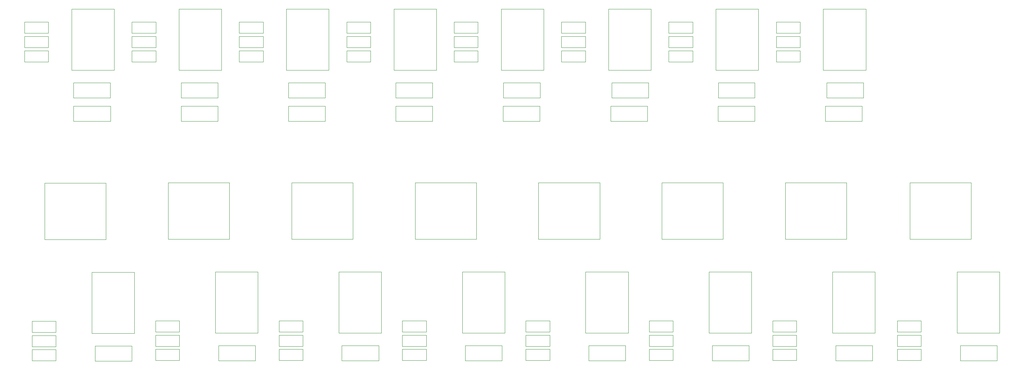
<source format=gbr>
G04 #@! TF.GenerationSoftware,KiCad,Pcbnew,9.0.3*
G04 #@! TF.CreationDate,2025-08-26T17:21:35-04:00*
G04 #@! TF.ProjectId,Oblique Palette 0.5.4 PCB Main,4f626c69-7175-4652-9050-616c65747465,0.5.5*
G04 #@! TF.SameCoordinates,Original*
G04 #@! TF.FileFunction,Other,User*
%FSLAX46Y46*%
G04 Gerber Fmt 4.6, Leading zero omitted, Abs format (unit mm)*
G04 Created by KiCad (PCBNEW 9.0.3) date 2025-08-26 17:21:35*
%MOMM*%
%LPD*%
G01*
G04 APERTURE LIST*
%ADD10C,0.050000*%
G04 APERTURE END LIST*
D10*
G04 #@! TO.C,J38*
X248853143Y-98154450D02*
X248853143Y-112554450D01*
X238853143Y-112554450D02*
X248853143Y-112554450D01*
X238853143Y-98154450D02*
X248853143Y-98154450D01*
X238853143Y-98154450D02*
X238853143Y-112554450D01*
G04 #@! TO.C,D48*
X230393143Y-112314450D02*
X230393143Y-109694450D01*
X230393143Y-109694450D02*
X224773143Y-109694450D01*
X224773143Y-112314450D02*
X230393143Y-112314450D01*
X224773143Y-109694450D02*
X224773143Y-112314450D01*
G04 #@! TO.C,D45*
X230393143Y-115664450D02*
X230393143Y-113044450D01*
X230393143Y-113044450D02*
X224773143Y-113044450D01*
X224773143Y-115664450D02*
X230393143Y-115664450D01*
X224773143Y-113044450D02*
X224773143Y-115664450D01*
G04 #@! TO.C,D44*
X230393143Y-119014450D02*
X230393143Y-116394450D01*
X230393143Y-116394450D02*
X224773143Y-116394450D01*
X224773143Y-119014450D02*
X230393143Y-119014450D01*
X224773143Y-116394450D02*
X224773143Y-119014450D01*
G04 #@! TO.C,D42*
X201117286Y-112314450D02*
X201117286Y-109694450D01*
X201117286Y-109694450D02*
X195497286Y-109694450D01*
X195497286Y-112314450D02*
X201117286Y-112314450D01*
X195497286Y-109694450D02*
X195497286Y-112314450D01*
G04 #@! TO.C,D39*
X201117286Y-115664450D02*
X201117286Y-113044450D01*
X201117286Y-113044450D02*
X195497286Y-113044450D01*
X195497286Y-115664450D02*
X201117286Y-115664450D01*
X195497286Y-113044450D02*
X195497286Y-115664450D01*
G04 #@! TO.C,D38*
X201117286Y-119014450D02*
X201117286Y-116394450D01*
X201117286Y-116394450D02*
X195497286Y-116394450D01*
X195497286Y-119014450D02*
X201117286Y-119014450D01*
X195497286Y-116394450D02*
X195497286Y-119014450D01*
G04 #@! TO.C,D36*
X172091429Y-112314450D02*
X172091429Y-109694450D01*
X172091429Y-109694450D02*
X166471429Y-109694450D01*
X166471429Y-112314450D02*
X172091429Y-112314450D01*
X166471429Y-109694450D02*
X166471429Y-112314450D01*
G04 #@! TO.C,D33*
X172091429Y-115664450D02*
X172091429Y-113044450D01*
X172091429Y-113044450D02*
X166471429Y-113044450D01*
X166471429Y-115664450D02*
X172091429Y-115664450D01*
X166471429Y-113044450D02*
X166471429Y-115664450D01*
G04 #@! TO.C,D32*
X172091429Y-119014450D02*
X172091429Y-116394450D01*
X172091429Y-116394450D02*
X166471429Y-116394450D01*
X166471429Y-119014450D02*
X172091429Y-119014450D01*
X166471429Y-116394450D02*
X166471429Y-119014450D01*
G04 #@! TO.C,D30*
X143065572Y-112314450D02*
X143065572Y-109694450D01*
X143065572Y-109694450D02*
X137445572Y-109694450D01*
X137445572Y-112314450D02*
X143065572Y-112314450D01*
X137445572Y-109694450D02*
X137445572Y-112314450D01*
G04 #@! TO.C,D27*
X143065572Y-115664450D02*
X143065572Y-113044450D01*
X143065572Y-113044450D02*
X137445572Y-113044450D01*
X137445572Y-115664450D02*
X143065572Y-115664450D01*
X137445572Y-113044450D02*
X137445572Y-115664450D01*
G04 #@! TO.C,D26*
X143065572Y-119014450D02*
X143065572Y-116394450D01*
X143065572Y-116394450D02*
X137445572Y-116394450D01*
X137445572Y-119014450D02*
X143065572Y-119014450D01*
X137445572Y-116394450D02*
X137445572Y-119014450D01*
G04 #@! TO.C,D24*
X114039714Y-112314450D02*
X114039714Y-109694450D01*
X114039714Y-109694450D02*
X108419714Y-109694450D01*
X108419714Y-112314450D02*
X114039714Y-112314450D01*
X108419714Y-109694450D02*
X108419714Y-112314450D01*
G04 #@! TO.C,D21*
X114039714Y-115664450D02*
X114039714Y-113044450D01*
X114039714Y-113044450D02*
X108419714Y-113044450D01*
X108419714Y-115664450D02*
X114039714Y-115664450D01*
X108419714Y-113044450D02*
X108419714Y-115664450D01*
G04 #@! TO.C,D20*
X114039714Y-119014450D02*
X114039714Y-116394450D01*
X114039714Y-116394450D02*
X108419714Y-116394450D01*
X108419714Y-119014450D02*
X114039714Y-119014450D01*
X108419714Y-116394450D02*
X108419714Y-119014450D01*
G04 #@! TO.C,D18*
X85013857Y-112314450D02*
X85013857Y-109694450D01*
X85013857Y-109694450D02*
X79393857Y-109694450D01*
X79393857Y-112314450D02*
X85013857Y-112314450D01*
X79393857Y-109694450D02*
X79393857Y-112314450D01*
G04 #@! TO.C,D15*
X85013857Y-115664450D02*
X85013857Y-113044450D01*
X85013857Y-113044450D02*
X79393857Y-113044450D01*
X79393857Y-115664450D02*
X85013857Y-115664450D01*
X79393857Y-113044450D02*
X79393857Y-115664450D01*
G04 #@! TO.C,D14*
X85013857Y-119014450D02*
X85013857Y-116394450D01*
X85013857Y-116394450D02*
X79393857Y-116394450D01*
X79393857Y-119014450D02*
X85013857Y-119014450D01*
X79393857Y-116394450D02*
X79393857Y-119014450D01*
G04 #@! TO.C,D12*
X55988000Y-112314450D02*
X55988000Y-109694450D01*
X55988000Y-109694450D02*
X50368000Y-109694450D01*
X50368000Y-112314450D02*
X55988000Y-112314450D01*
X50368000Y-109694450D02*
X50368000Y-112314450D01*
G04 #@! TO.C,D9*
X55988000Y-115664450D02*
X55988000Y-113044450D01*
X55988000Y-113044450D02*
X50368000Y-113044450D01*
X50368000Y-115664450D02*
X55988000Y-115664450D01*
X50368000Y-113044450D02*
X50368000Y-115664450D01*
G04 #@! TO.C,D8*
X55988000Y-119014450D02*
X55988000Y-116394450D01*
X55988000Y-116394450D02*
X50368000Y-116394450D01*
X50368000Y-119014450D02*
X55988000Y-119014450D01*
X50368000Y-116394450D02*
X50368000Y-119014450D01*
G04 #@! TO.C,D6*
X26962143Y-112404450D02*
X26962143Y-109784450D01*
X26962143Y-109784450D02*
X21342143Y-109784450D01*
X21342143Y-112404450D02*
X26962143Y-112404450D01*
X21342143Y-109784450D02*
X21342143Y-112404450D01*
G04 #@! TO.C,D3*
X26962143Y-115754450D02*
X26962143Y-113134450D01*
X26962143Y-113134450D02*
X21342143Y-113134450D01*
X21342143Y-115754450D02*
X26962143Y-115754450D01*
X21342143Y-113134450D02*
X21342143Y-115754450D01*
G04 #@! TO.C,D2*
X26962143Y-119104450D02*
X26962143Y-116484450D01*
X26962143Y-116484450D02*
X21342143Y-116484450D01*
X21342143Y-119104450D02*
X26962143Y-119104450D01*
X21342143Y-116484450D02*
X21342143Y-119104450D01*
G04 #@! TO.C,D75*
X176697000Y-45347000D02*
X176697000Y-42727000D01*
X176697000Y-42727000D02*
X171077000Y-42727000D01*
X171077000Y-45347000D02*
X176697000Y-45347000D01*
X171077000Y-42727000D02*
X171077000Y-45347000D01*
G04 #@! TO.C,D67*
X126197000Y-45347000D02*
X126197000Y-42727000D01*
X126197000Y-42727000D02*
X120577000Y-42727000D01*
X120577000Y-45347000D02*
X126197000Y-45347000D01*
X120577000Y-42727000D02*
X120577000Y-45347000D01*
G04 #@! TO.C,D58*
X75697000Y-48697000D02*
X75697000Y-46077000D01*
X75697000Y-46077000D02*
X70077000Y-46077000D01*
X70077000Y-48697000D02*
X75697000Y-48697000D01*
X70077000Y-46077000D02*
X70077000Y-48697000D01*
G04 #@! TO.C,D78*
X201947000Y-48697000D02*
X201947000Y-46077000D01*
X201947000Y-46077000D02*
X196327000Y-46077000D01*
X196327000Y-48697000D02*
X201947000Y-48697000D01*
X196327000Y-46077000D02*
X196327000Y-48697000D01*
G04 #@! TO.C,D56*
X50447000Y-41997000D02*
X50447000Y-39377000D01*
X50447000Y-39377000D02*
X44827000Y-39377000D01*
X44827000Y-41997000D02*
X50447000Y-41997000D01*
X44827000Y-39377000D02*
X44827000Y-41997000D01*
G04 #@! TO.C,D76*
X176697000Y-41997000D02*
X176697000Y-39377000D01*
X176697000Y-39377000D02*
X171077000Y-39377000D01*
X171077000Y-41997000D02*
X176697000Y-41997000D01*
X171077000Y-39377000D02*
X171077000Y-41997000D01*
G04 #@! TO.C,D66*
X126197000Y-48697000D02*
X126197000Y-46077000D01*
X126197000Y-46077000D02*
X120577000Y-46077000D01*
X120577000Y-48697000D02*
X126197000Y-48697000D01*
X120577000Y-46077000D02*
X120577000Y-48697000D01*
G04 #@! TO.C,D64*
X100947000Y-41997000D02*
X100947000Y-39377000D01*
X100947000Y-39377000D02*
X95327000Y-39377000D01*
X95327000Y-41997000D02*
X100947000Y-41997000D01*
X95327000Y-39377000D02*
X95327000Y-41997000D01*
G04 #@! TO.C,D71*
X151447000Y-45347000D02*
X151447000Y-42727000D01*
X151447000Y-42727000D02*
X145827000Y-42727000D01*
X145827000Y-45347000D02*
X151447000Y-45347000D01*
X145827000Y-42727000D02*
X145827000Y-45347000D01*
G04 #@! TO.C,D74*
X176697000Y-48697000D02*
X176697000Y-46077000D01*
X176697000Y-46077000D02*
X171077000Y-46077000D01*
X171077000Y-48697000D02*
X176697000Y-48697000D01*
X171077000Y-46077000D02*
X171077000Y-48697000D01*
G04 #@! TO.C,D68*
X126197000Y-41997000D02*
X126197000Y-39377000D01*
X126197000Y-39377000D02*
X120577000Y-39377000D01*
X120577000Y-41997000D02*
X126197000Y-41997000D01*
X120577000Y-39377000D02*
X120577000Y-41997000D01*
G04 #@! TO.C,D80*
X201947000Y-41997000D02*
X201947000Y-39377000D01*
X201947000Y-39377000D02*
X196327000Y-39377000D01*
X196327000Y-41997000D02*
X201947000Y-41997000D01*
X196327000Y-39377000D02*
X196327000Y-41997000D01*
G04 #@! TO.C,D62*
X100947000Y-48697000D02*
X100947000Y-46077000D01*
X100947000Y-46077000D02*
X95327000Y-46077000D01*
X95327000Y-48697000D02*
X100947000Y-48697000D01*
X95327000Y-46077000D02*
X95327000Y-48697000D01*
G04 #@! TO.C,D50*
X25197000Y-48697000D02*
X25197000Y-46077000D01*
X25197000Y-46077000D02*
X19577000Y-46077000D01*
X19577000Y-48697000D02*
X25197000Y-48697000D01*
X19577000Y-46077000D02*
X19577000Y-48697000D01*
G04 #@! TO.C,D59*
X75697000Y-45347000D02*
X75697000Y-42727000D01*
X75697000Y-42727000D02*
X70077000Y-42727000D01*
X70077000Y-45347000D02*
X75697000Y-45347000D01*
X70077000Y-42727000D02*
X70077000Y-45347000D01*
G04 #@! TO.C,D60*
X75697000Y-41997000D02*
X75697000Y-39377000D01*
X75697000Y-39377000D02*
X70077000Y-39377000D01*
X70077000Y-41997000D02*
X75697000Y-41997000D01*
X70077000Y-39377000D02*
X70077000Y-41997000D01*
G04 #@! TO.C,D63*
X100947000Y-45347000D02*
X100947000Y-42727000D01*
X100947000Y-42727000D02*
X95327000Y-42727000D01*
X95327000Y-45347000D02*
X100947000Y-45347000D01*
X95327000Y-42727000D02*
X95327000Y-45347000D01*
G04 #@! TO.C,D72*
X151447000Y-41997000D02*
X151447000Y-39377000D01*
X151447000Y-39377000D02*
X145827000Y-39377000D01*
X145827000Y-41997000D02*
X151447000Y-41997000D01*
X145827000Y-39377000D02*
X145827000Y-41997000D01*
G04 #@! TO.C,D55*
X50447000Y-45347000D02*
X50447000Y-42727000D01*
X50447000Y-42727000D02*
X44827000Y-42727000D01*
X44827000Y-45347000D02*
X50447000Y-45347000D01*
X44827000Y-42727000D02*
X44827000Y-45347000D01*
G04 #@! TO.C,D70*
X151447000Y-48697000D02*
X151447000Y-46077000D01*
X151447000Y-46077000D02*
X145827000Y-46077000D01*
X145827000Y-48697000D02*
X151447000Y-48697000D01*
X145827000Y-46077000D02*
X145827000Y-48697000D01*
G04 #@! TO.C,D52*
X25197000Y-41997000D02*
X25197000Y-39377000D01*
X25197000Y-39377000D02*
X19577000Y-39377000D01*
X19577000Y-41997000D02*
X25197000Y-41997000D01*
X19577000Y-39377000D02*
X19577000Y-41997000D01*
G04 #@! TO.C,D51*
X25197000Y-45347000D02*
X25197000Y-42727000D01*
X25197000Y-42727000D02*
X19577000Y-42727000D01*
X19577000Y-45347000D02*
X25197000Y-45347000D01*
X19577000Y-42727000D02*
X19577000Y-45347000D01*
G04 #@! TO.C,D79*
X201947000Y-45347000D02*
X201947000Y-42727000D01*
X201947000Y-42727000D02*
X196327000Y-42727000D01*
X196327000Y-45347000D02*
X201947000Y-45347000D01*
X196327000Y-42727000D02*
X196327000Y-45347000D01*
G04 #@! TO.C,D54*
X50447000Y-48697000D02*
X50447000Y-46077000D01*
X50447000Y-46077000D02*
X44827000Y-46077000D01*
X44827000Y-48697000D02*
X50447000Y-48697000D01*
X44827000Y-46077000D02*
X44827000Y-48697000D01*
G04 #@! TO.C,J16*
X44802143Y-119194450D02*
X36152143Y-119194450D01*
X44802143Y-115644450D02*
X44802143Y-119194450D01*
X36152143Y-119194450D02*
X36152143Y-115644450D01*
X36152143Y-115644450D02*
X44802143Y-115644450D01*
G04 #@! TO.C,J17*
X45422143Y-98244450D02*
X45422143Y-112644450D01*
X35422143Y-112644450D02*
X45422143Y-112644450D01*
X35422143Y-98244450D02*
X45422143Y-98244450D01*
X35422143Y-98244450D02*
X35422143Y-112644450D01*
G04 #@! TO.C,RV1*
X38732143Y-90594450D02*
X38732143Y-77294450D01*
X38732143Y-77294450D02*
X24332143Y-77294450D01*
X24332143Y-90594450D02*
X38732143Y-90594450D01*
X24332143Y-77294450D02*
X24332143Y-90594450D01*
G04 #@! TO.C,J56*
X132122000Y-59182000D02*
X140772000Y-59182000D01*
X132122000Y-62732000D02*
X132122000Y-59182000D01*
X140772000Y-59182000D02*
X140772000Y-62732000D01*
X140772000Y-62732000D02*
X132122000Y-62732000D01*
G04 #@! TO.C,RV2*
X53358000Y-77204450D02*
X53358000Y-90504450D01*
X53358000Y-90504450D02*
X67758000Y-90504450D01*
X67758000Y-77204450D02*
X53358000Y-77204450D01*
X67758000Y-90504450D02*
X67758000Y-77204450D01*
G04 #@! TO.C,RV3*
X82383857Y-77204450D02*
X82383857Y-90504450D01*
X82383857Y-90504450D02*
X96783857Y-90504450D01*
X96783857Y-77204450D02*
X82383857Y-77204450D01*
X96783857Y-90504450D02*
X96783857Y-77204450D01*
G04 #@! TO.C,J42*
X30657000Y-50667000D02*
X30657000Y-36267000D01*
X40657000Y-36267000D02*
X30657000Y-36267000D01*
X40657000Y-50667000D02*
X30657000Y-50667000D01*
X40657000Y-50667000D02*
X40657000Y-36267000D01*
G04 #@! TO.C,J8*
X106887000Y-53669010D02*
X106887000Y-57209010D01*
X106887000Y-57209010D02*
X115507000Y-57209010D01*
X115507000Y-53669010D02*
X106887000Y-53669010D01*
X115507000Y-57209010D02*
X115507000Y-53669010D01*
G04 #@! TO.C,J15*
X182697000Y-53669010D02*
X182697000Y-57209010D01*
X182697000Y-57209010D02*
X191317000Y-57209010D01*
X191317000Y-53669010D02*
X182697000Y-53669010D01*
X191317000Y-57209010D02*
X191317000Y-53669010D01*
G04 #@! TO.C,RV8*
X227763143Y-77204450D02*
X227763143Y-90504450D01*
X227763143Y-90504450D02*
X242163143Y-90504450D01*
X242163143Y-77204450D02*
X227763143Y-77204450D01*
X242163143Y-90504450D02*
X242163143Y-77204450D01*
G04 #@! TO.C,J46*
X55907000Y-50667000D02*
X55907000Y-36267000D01*
X65907000Y-36267000D02*
X55907000Y-36267000D01*
X65907000Y-50667000D02*
X55907000Y-50667000D01*
X65907000Y-50667000D02*
X65907000Y-36267000D01*
G04 #@! TO.C,J44*
X56372000Y-59182000D02*
X65022000Y-59182000D01*
X56372000Y-62732000D02*
X56372000Y-59182000D01*
X65022000Y-59182000D02*
X65022000Y-62732000D01*
X65022000Y-62732000D02*
X56372000Y-62732000D01*
G04 #@! TO.C,J31*
X181281429Y-115554450D02*
X189931429Y-115554450D01*
X181281429Y-119104450D02*
X181281429Y-115554450D01*
X189931429Y-115554450D02*
X189931429Y-119104450D01*
X189931429Y-119104450D02*
X181281429Y-119104450D01*
G04 #@! TO.C,J12*
X132197000Y-53669010D02*
X132197000Y-57209010D01*
X132197000Y-57209010D02*
X140817000Y-57209010D01*
X140817000Y-53669010D02*
X132197000Y-53669010D01*
X140817000Y-57209010D02*
X140817000Y-53669010D01*
G04 #@! TO.C,RV4*
X111409714Y-77204450D02*
X111409714Y-90504450D01*
X111409714Y-90504450D02*
X125809714Y-90504450D01*
X125809714Y-77204450D02*
X111409714Y-77204450D01*
X125809714Y-90504450D02*
X125809714Y-77204450D01*
G04 #@! TO.C,J10*
X157697000Y-53669010D02*
X157697000Y-57209010D01*
X157697000Y-57209010D02*
X166317000Y-57209010D01*
X166317000Y-53669010D02*
X157697000Y-53669010D01*
X166317000Y-57209010D02*
X166317000Y-53669010D01*
G04 #@! TO.C,RV5*
X140435572Y-77204450D02*
X140435572Y-90504450D01*
X140435572Y-90504450D02*
X154835572Y-90504450D01*
X154835572Y-77204450D02*
X140435572Y-77204450D01*
X154835572Y-90504450D02*
X154835572Y-77204450D01*
G04 #@! TO.C,J25*
X123229714Y-115554450D02*
X131879714Y-115554450D01*
X123229714Y-119104450D02*
X123229714Y-115554450D01*
X131879714Y-115554450D02*
X131879714Y-119104450D01*
X131879714Y-119104450D02*
X123229714Y-119104450D01*
G04 #@! TO.C,J20*
X64448000Y-98154450D02*
X64448000Y-112554450D01*
X64448000Y-98154450D02*
X74448000Y-98154450D01*
X64448000Y-112554450D02*
X74448000Y-112554450D01*
X74448000Y-98154450D02*
X74448000Y-112554450D01*
G04 #@! TO.C,J40*
X31122000Y-59182000D02*
X39772000Y-59182000D01*
X31122000Y-62732000D02*
X31122000Y-59182000D01*
X39772000Y-59182000D02*
X39772000Y-62732000D01*
X39772000Y-62732000D02*
X31122000Y-62732000D01*
G04 #@! TO.C,J32*
X180551429Y-98154450D02*
X180551429Y-112554450D01*
X180551429Y-98154450D02*
X190551429Y-98154450D01*
X180551429Y-112554450D02*
X190551429Y-112554450D01*
X190551429Y-98154450D02*
X190551429Y-112554450D01*
G04 #@! TO.C,J1*
X31112903Y-53686998D02*
X31112903Y-57226998D01*
X31112903Y-57226998D02*
X39732903Y-57226998D01*
X39732903Y-53686998D02*
X31112903Y-53686998D01*
X39732903Y-57226998D02*
X39732903Y-53686998D01*
G04 #@! TO.C,J22*
X94203857Y-115554450D02*
X102853857Y-115554450D01*
X94203857Y-119104450D02*
X94203857Y-115554450D01*
X102853857Y-115554450D02*
X102853857Y-119104450D01*
X102853857Y-119104450D02*
X94203857Y-119104450D01*
G04 #@! TO.C,J66*
X182157000Y-50667000D02*
X182157000Y-36267000D01*
X192157000Y-36267000D02*
X182157000Y-36267000D01*
X192157000Y-50667000D02*
X182157000Y-50667000D01*
X192157000Y-50667000D02*
X192157000Y-36267000D01*
G04 #@! TO.C,J28*
X152255572Y-115554450D02*
X160905572Y-115554450D01*
X152255572Y-119104450D02*
X152255572Y-115554450D01*
X160905572Y-115554450D02*
X160905572Y-119104450D01*
X160905572Y-119104450D02*
X152255572Y-119104450D01*
G04 #@! TO.C,RV6*
X169461429Y-77204450D02*
X169461429Y-90504450D01*
X169461429Y-90504450D02*
X183861429Y-90504450D01*
X183861429Y-77204450D02*
X169461429Y-77204450D01*
X183861429Y-90504450D02*
X183861429Y-77204450D01*
G04 #@! TO.C,J62*
X156907000Y-50667000D02*
X156907000Y-36267000D01*
X166907000Y-36267000D02*
X156907000Y-36267000D01*
X166907000Y-50667000D02*
X156907000Y-50667000D01*
X166907000Y-50667000D02*
X166907000Y-36267000D01*
G04 #@! TO.C,J19*
X65178000Y-115554450D02*
X73828000Y-115554450D01*
X65178000Y-119104450D02*
X65178000Y-115554450D01*
X73828000Y-115554450D02*
X73828000Y-119104450D01*
X73828000Y-119104450D02*
X65178000Y-119104450D01*
G04 #@! TO.C,J64*
X182622000Y-59182000D02*
X191272000Y-59182000D01*
X182622000Y-62732000D02*
X182622000Y-59182000D01*
X191272000Y-59182000D02*
X191272000Y-62732000D01*
X191272000Y-62732000D02*
X182622000Y-62732000D01*
G04 #@! TO.C,J34*
X210307286Y-115554450D02*
X218957286Y-115554450D01*
X210307286Y-119104450D02*
X210307286Y-115554450D01*
X218957286Y-115554450D02*
X218957286Y-119104450D01*
X218957286Y-119104450D02*
X210307286Y-119104450D01*
G04 #@! TO.C,J35*
X209577286Y-98154450D02*
X209577286Y-112554450D01*
X209577286Y-98154450D02*
X219577286Y-98154450D01*
X209577286Y-112554450D02*
X219577286Y-112554450D01*
X219577286Y-98154450D02*
X219577286Y-112554450D01*
G04 #@! TO.C,J23*
X93473857Y-98154450D02*
X93473857Y-112554450D01*
X93473857Y-98154450D02*
X103473857Y-98154450D01*
X93473857Y-112554450D02*
X103473857Y-112554450D01*
X103473857Y-98154450D02*
X103473857Y-112554450D01*
G04 #@! TO.C,J68*
X207872000Y-59182000D02*
X216522000Y-59182000D01*
X207872000Y-62732000D02*
X207872000Y-59182000D01*
X216522000Y-59182000D02*
X216522000Y-62732000D01*
X216522000Y-62732000D02*
X207872000Y-62732000D01*
G04 #@! TO.C,J29*
X151525572Y-98154450D02*
X151525572Y-112554450D01*
X151525572Y-98154450D02*
X161525572Y-98154450D01*
X151525572Y-112554450D02*
X161525572Y-112554450D01*
X161525572Y-98154450D02*
X161525572Y-112554450D01*
G04 #@! TO.C,J58*
X131657000Y-50667000D02*
X131657000Y-36267000D01*
X141657000Y-36267000D02*
X131657000Y-36267000D01*
X141657000Y-50667000D02*
X131657000Y-50667000D01*
X141657000Y-50667000D02*
X141657000Y-36267000D01*
G04 #@! TO.C,J6*
X81637000Y-53669010D02*
X81637000Y-57209010D01*
X81637000Y-57209010D02*
X90257000Y-57209010D01*
X90257000Y-53669010D02*
X81637000Y-53669010D01*
X90257000Y-57209010D02*
X90257000Y-53669010D01*
G04 #@! TO.C,J70*
X207407000Y-50667000D02*
X207407000Y-36267000D01*
X217407000Y-36267000D02*
X207407000Y-36267000D01*
X217407000Y-50667000D02*
X207407000Y-50667000D01*
X217407000Y-50667000D02*
X217407000Y-36267000D01*
G04 #@! TO.C,J26*
X122499714Y-98154450D02*
X122499714Y-112554450D01*
X122499714Y-98154450D02*
X132499714Y-98154450D01*
X122499714Y-112554450D02*
X132499714Y-112554450D01*
X132499714Y-98154450D02*
X132499714Y-112554450D01*
G04 #@! TO.C,J37*
X239583143Y-115554450D02*
X248233143Y-115554450D01*
X239583143Y-119104450D02*
X239583143Y-115554450D01*
X248233143Y-115554450D02*
X248233143Y-119104450D01*
X248233143Y-119104450D02*
X239583143Y-119104450D01*
G04 #@! TO.C,J54*
X106407000Y-50667000D02*
X106407000Y-36267000D01*
X116407000Y-36267000D02*
X106407000Y-36267000D01*
X116407000Y-50667000D02*
X106407000Y-50667000D01*
X116407000Y-50667000D02*
X116407000Y-36267000D01*
G04 #@! TO.C,J3*
X56387000Y-53669010D02*
X56387000Y-57209010D01*
X56387000Y-57209010D02*
X65007000Y-57209010D01*
X65007000Y-53669010D02*
X56387000Y-53669010D01*
X65007000Y-57209010D02*
X65007000Y-53669010D01*
G04 #@! TO.C,J48*
X81622000Y-59182000D02*
X90272000Y-59182000D01*
X81622000Y-62732000D02*
X81622000Y-59182000D01*
X90272000Y-59182000D02*
X90272000Y-62732000D01*
X90272000Y-62732000D02*
X81622000Y-62732000D01*
G04 #@! TO.C,RV7*
X198487286Y-77204450D02*
X198487286Y-90504450D01*
X198487286Y-90504450D02*
X212887286Y-90504450D01*
X212887286Y-77204450D02*
X198487286Y-77204450D01*
X212887286Y-90504450D02*
X212887286Y-77204450D01*
G04 #@! TO.C,J18*
X208197000Y-53687000D02*
X208197000Y-57227000D01*
X208197000Y-57227000D02*
X216817000Y-57227000D01*
X216817000Y-53687000D02*
X208197000Y-53687000D01*
X216817000Y-57227000D02*
X216817000Y-53687000D01*
G04 #@! TO.C,J52*
X106872000Y-59182000D02*
X115522000Y-59182000D01*
X106872000Y-62732000D02*
X106872000Y-59182000D01*
X115522000Y-59182000D02*
X115522000Y-62732000D01*
X115522000Y-62732000D02*
X106872000Y-62732000D01*
G04 #@! TO.C,J50*
X81157000Y-50667000D02*
X81157000Y-36267000D01*
X91157000Y-36267000D02*
X81157000Y-36267000D01*
X91157000Y-50667000D02*
X81157000Y-50667000D01*
X91157000Y-50667000D02*
X91157000Y-36267000D01*
G04 #@! TO.C,J60*
X157372000Y-59182000D02*
X166022000Y-59182000D01*
X157372000Y-62732000D02*
X157372000Y-59182000D01*
X166022000Y-59182000D02*
X166022000Y-62732000D01*
X166022000Y-62732000D02*
X157372000Y-62732000D01*
G04 #@! TD*
M02*

</source>
